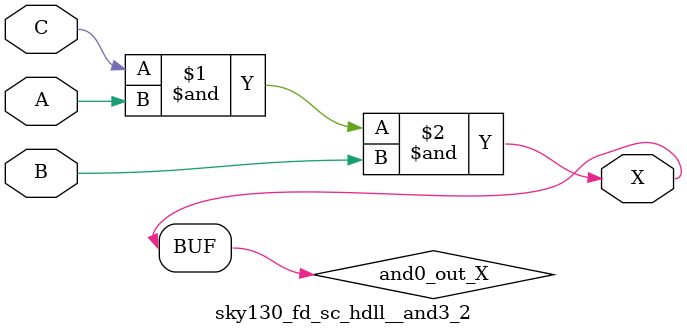
<source format=v>
/*
 * Copyright 2020 The SkyWater PDK Authors
 *
 * Licensed under the Apache License, Version 2.0 (the "License");
 * you may not use this file except in compliance with the License.
 * You may obtain a copy of the License at
 *
 *     https://www.apache.org/licenses/LICENSE-2.0
 *
 * Unless required by applicable law or agreed to in writing, software
 * distributed under the License is distributed on an "AS IS" BASIS,
 * WITHOUT WARRANTIES OR CONDITIONS OF ANY KIND, either express or implied.
 * See the License for the specific language governing permissions and
 * limitations under the License.
 *
 * SPDX-License-Identifier: Apache-2.0
*/


`ifndef SKY130_FD_SC_HDLL__AND3_2_FUNCTIONAL_V
`define SKY130_FD_SC_HDLL__AND3_2_FUNCTIONAL_V

/**
 * and3: 3-input AND.
 *
 * Verilog simulation functional model.
 */

`timescale 1ns / 1ps
`default_nettype none

`celldefine
module sky130_fd_sc_hdll__and3_2 (
    X,
    A,
    B,
    C
);

    // Module ports
    output X;
    input  A;
    input  B;
    input  C;

    // Local signals
    wire and0_out_X;

    //  Name  Output      Other arguments
    and and0 (and0_out_X, C, A, B        );
    buf buf0 (X         , and0_out_X     );

endmodule
`endcelldefine

`default_nettype wire
`endif  // SKY130_FD_SC_HDLL__AND3_2_FUNCTIONAL_V

</source>
